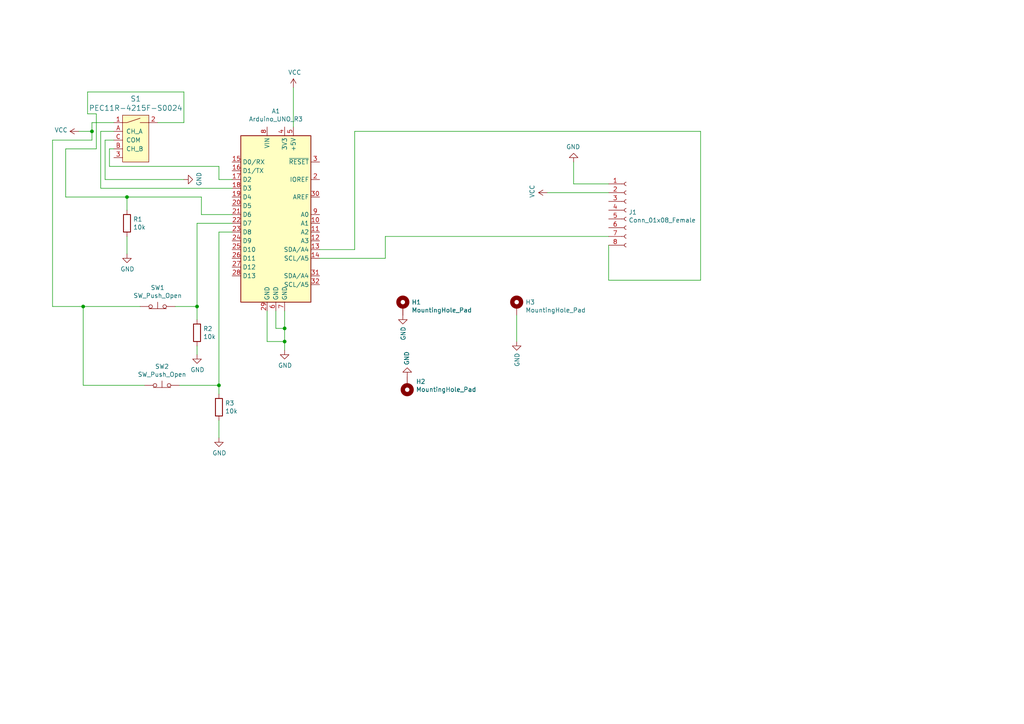
<source format=kicad_sch>
(kicad_sch (version 20231120) (generator "eeschema") (generator_version "8.0")
  (paper "A4")
  (title_block (title "Arduino XPlane11 Radio Controller") (date "2024-07-30") (rev "v0.1") (comment 4 "Author: Ethan Hargunani"))
  (lib_symbols
    (symbol "Device:R" (pin_numbers hide) (pin_names (offset 0))
      (property "Reference" "R" (at 2.032 0 90))
      (property "Value" "R" (at 0 0 90))
      (symbol "R_0_1"
        (rectangle (start -1.016 -2.54) (end 1.016 2.54) (stroke (width 0.254)))
      )
      (symbol "R_1_1"
        (pin passive line (at 0 3.81 270) (length 1.27) (name "~") (number "1"))
        (pin passive line (at 0 -3.81 90) (length 1.27) (name "~") (number "2"))
      )
    )
    (symbol "MCU_Module:Arduino_UNO_R3"
      (property "Reference" "A" (at -10.16 23.495 0))
      (property "Value" "Arduino_UNO_R3" (at 5.08 -26.67 0))
      (symbol "Arduino_UNO_R3_0_1"
        (rectangle (start -10.16 22.86) (end 10.16 -25.4) (stroke (width 0.254)) (fill (type background)))
      )
      (symbol "Arduino_UNO_R3_1_1"
        (pin no_connect line (at -10.16 -20.32 0) (length 2.54) hide (name "NC") (number "1"))
        (pin bidirectional line (at 12.7 -2.54 180) (length 2.54) (name "A1") (number "10"))
        (pin bidirectional line (at 12.7 -5.08 180) (length 2.54) (name "A2") (number "11"))
        (pin bidirectional line (at 12.7 -7.62 180) (length 2.54) (name "A3") (number "12"))
        (pin bidirectional line (at 12.7 -10.16 180) (length 2.54) (name "SDA/A4") (number "13"))
        (pin bidirectional line (at 12.7 -12.7 180) (length 2.54) (name "SCL/A5") (number "14"))
        (pin bidirectional line (at -12.7 15.24 0) (length 2.54) (name "D0/RX") (number "15"))
        (pin bidirectional line (at -12.7 12.7 0) (length 2.54) (name "D1/TX") (number "16"))
        (pin bidirectional line (at -12.7 10.16 0) (length 2.54) (name "D2") (number "17"))
        (pin bidirectional line (at -12.7 7.62 0) (length 2.54) (name "D3") (number "18"))
        (pin bidirectional line (at -12.7 5.08 0) (length 2.54) (name "D4") (number "19"))
        (pin output line (at 12.7 10.16 180) (length 2.54) (name "IOREF") (number "2"))
        (pin bidirectional line (at -12.7 2.54 0) (length 2.54) (name "D5") (number "20"))
        (pin bidirectional line (at -12.7 0 0) (length 2.54) (name "D6") (number "21"))
        (pin bidirectional line (at -12.7 -2.54 0) (length 2.54) (name "D7") (number "22"))
        (pin bidirectional line (at -12.7 -5.08 0) (length 2.54) (name "D8") (number "23"))
        (pin bidirectional line (at -12.7 -7.62 0) (length 2.54) (name "D9") (number "24"))
        (pin bidirectional line (at -12.7 -10.16 0) (length 2.54) (name "D10") (number "25"))
        (pin bidirectional line (at -12.7 -12.7 0) (length 2.54) (name "D11") (number "26"))
        (pin bidirectional line (at -12.7 -15.24 0) (length 2.54) (name "D12") (number "27"))
        (pin bidirectional line (at -12.7 -17.78 0) (length 2.54) (name "D13") (number "28"))
        (pin power_in line (at -2.54 -27.94 90) (length 2.54) (name "GND") (number "29"))
        (pin input line (at 12.7 15.24 180) (length 2.54) (name "~{RESET}") (number "3"))
        (pin input line (at 12.7 5.08 180) (length 2.54) (name "AREF") (number "30"))
        (pin bidirectional line (at 12.7 -17.78 180) (length 2.54) (name "SDA/A4") (number "31"))
        (pin bidirectional line (at 12.7 -20.32 180) (length 2.54) (name "SCL/A5") (number "32"))
        (pin power_out line (at 2.54 25.4 270) (length 2.54) (name "3V3") (number "4"))
        (pin power_out line (at 5.08 25.4 270) (length 2.54) (name "+5V") (number "5"))
        (pin power_in line (at 0 -27.94 90) (length 2.54) (name "GND") (number "6"))
        (pin power_in line (at 2.54 -27.94 90) (length 2.54) (name "GND") (number "7"))
        (pin power_in line (at -2.54 25.4 270) (length 2.54) (name "VIN") (number "8"))
        (pin bidirectional line (at 12.7 0 180) (length 2.54) (name "A0") (number "9"))
      )
    )
    (symbol "Mechanical:MountingHole_Pad" (pin_numbers hide) (pin_names (offset 1.016) hide) (exclude_from_sim yes) (in_bom no)
      (property "Reference" "H" (at 0 6.35 0))
      (property "Value" "MountingHole_Pad" (at 0 4.445 0))
      (symbol "MountingHole_Pad_0_1"
        (circle (center 0 1.27) (radius 1.27) (stroke (width 1.27)))
      )
      (symbol "MountingHole_Pad_1_1"
        (pin input line (at 0 -2.54 90) (length 2.54) (name "1") (number "1"))
      )
    )
    (symbol "Switch:SW_Push_Open" (pin_numbers hide) (pin_names (offset 1.016) hide)
      (property "Reference" "SW" (at 0 2.54 0))
      (property "Value" "SW_Push_Open" (at 0 -1.905 0))
      (symbol "SW_Push_Open_0_1"
        (circle (center -2.032 0) (radius 0.508))
        (polyline (pts (xy -2.54 -0.635) (xy 2.54 -0.635)))
        (polyline (pts (xy 0 -0.635) (xy 0 1.27)))
        (circle (center 2.032 0) (radius 0.508))
        (pin passive line (at -5.08 0 0) (length 2.54) (name "A") (number "1"))
      )
      (symbol "SW_Push_Open_1_1"
        (pin passive line (at 5.08 0 180) (length 2.54) (name "B") (number "2"))
      )
    )
    (symbol "ardxp1-rescue:Conn_01x08_Female-Connector" (pin_names (offset 1.016) hide)
      (property "Reference" "J" (at 0 10.16 0))
      (property "Value" "Connector_Conn_01x08_Female" (at 0 -12.7 0))
      (symbol "Conn_01x08_Female-Connector_1_1"
        (arc (start 0 -9.652) (mid -0.508 -10.16) (end 0 -10.668) (stroke (width 0.1524)))
        (arc (start 0 -7.112) (mid -0.508 -7.62) (end 0 -8.128) (stroke (width 0.1524)))
        (arc (start 0 -4.572) (mid -0.508 -5.08) (end 0 -5.588) (stroke (width 0.1524)))
        (arc (start 0 -2.032) (mid -0.508 -2.54) (end 0 -3.048) (stroke (width 0.1524)))
        (polyline (pts (xy -1.27 -10.16) (xy -0.508 -10.16)) (stroke (width 0.1524)))
        (polyline (pts (xy -1.27 -7.62) (xy -0.508 -7.62)) (stroke (width 0.1524)))
        (polyline (pts (xy -1.27 -5.08) (xy -0.508 -5.08)) (stroke (width 0.1524)))
        (polyline (pts (xy -1.27 -2.54) (xy -0.508 -2.54)) (stroke (width 0.1524)))
        (polyline (pts (xy -1.27 0) (xy -0.508 0)) (stroke (width 0.1524)))
        (polyline (pts (xy -1.27 2.54) (xy -0.508 2.54)) (stroke (width 0.1524)))
        (polyline (pts (xy -1.27 5.08) (xy -0.508 5.08)) (stroke (width 0.1524)))
        (polyline (pts (xy -1.27 7.62) (xy -0.508 7.62)) (stroke (width 0.1524)))
        (arc (start 0 0.508) (mid -0.508 0) (end 0 -0.508) (stroke (width 0.1524)))
        (arc (start 0 3.048) (mid -0.508 2.54) (end 0 2.032) (stroke (width 0.1524)))
        (arc (start 0 5.588) (mid -0.508 5.08) (end 0 4.572) (stroke (width 0.1524)))
        (arc (start 0 8.128) (mid -0.508 7.62) (end 0 7.112) (stroke (width 0.1524)))
        (pin passive line (at -5.08 7.62 0) (length 3.81) (name "Pin_1") (number "1"))
        (pin passive line (at -5.08 5.08 0) (length 3.81) (name "Pin_2") (number "2"))
        (pin passive line (at -5.08 2.54 0) (length 3.81) (name "Pin_3") (number "3"))
        (pin passive line (at -5.08 0 0) (length 3.81) (name "Pin_4") (number "4"))
        (pin passive line (at -5.08 -2.54 0) (length 3.81) (name "Pin_5") (number "5"))
        (pin passive line (at -5.08 -5.08 0) (length 3.81) (name "Pin_6") (number "6"))
        (pin passive line (at -5.08 -7.62 0) (length 3.81) (name "Pin_7") (number "7"))
        (pin passive line (at -5.08 -10.16 0) (length 3.81) (name "Pin_8") (number "8"))
      )
    )
    (symbol "ardxp1-rescue:GND-power" (power) (pin_names (offset 0))
      (property "Value" "power_GND" (at 0 -3.81 0))
      (symbol "GND-power_0_1"
        (polyline (pts (xy 0 0) (xy 0 -1.27) (xy 1.27 -1.27) (xy 0 -2.54) (xy -1.27 -1.27) (xy 0 -1.27)))
      )
      (symbol "GND-power_1_1"
        (pin power_in line (at 0 0 270) (length 0) hide (name "GND") (number "1"))
      )
    )
    (symbol "ardxp1-rescue:PEC11R-4215F-S0024-dk_Encoders" (pin_names (offset 1.016))
      (property "Reference" "S" (at -1.27 5.715 0))
      (property "Value" "dk_Encoders_PEC11R-4215F-S0024" (at -1.27 -9.906 0))
      (symbol "PEC11R-4215F-S0024-dk_Encoders_0_1"
        (rectangle (start -5.08 4.699) (end 2.54 -8.89) (fill (type background)))
        (polyline (pts (xy 0 2.54) (xy 2.54 2.54)))
        (polyline (pts (xy -5.08 2.54) (xy -3.81 2.54) (xy 0 3.81)))
      )
      (symbol "PEC11R-4215F-S0024-dk_Encoders_1_1"
        (pin bidirectional line (at -7.62 2.54 0) (length 2.54) (name "~") (number "1"))
        (pin bidirectional line (at 5.08 2.54 180) (length 2.54) (name "~") (number "2"))
        (pin unspecified line (at -7.62 -7.62 0) (length 2.54) (name "~") (number "3"))
        (pin bidirectional line (at -7.62 0 0) (length 2.54) (name "CH_A") (number "A"))
        (pin bidirectional line (at -7.62 -5.08 0) (length 2.54) (name "CH_B") (number "B"))
        (pin input line (at -7.62 -2.54 0) (length 2.54) (name "COM") (number "C"))
      )
    )
    (symbol "ardxp1-rescue:VCC-power" (power) (pin_names (offset 0))
      (property "Value" "power_VCC" (at 0 3.81 0))
      (symbol "VCC-power_0_1"
        (polyline (pts (xy -0.762 1.27) (xy 0 2.54)))
        (polyline (pts (xy 0 0) (xy 0 2.54)))
        (polyline (pts (xy 0 2.54) (xy 0.762 1.27)))
      )
      (symbol "VCC-power_1_1"
        (pin power_in line (at 0 0 90) (length 0) hide (name "VCC") (number "1"))
      )
    )
  )
  (junction (at 82.55 99.06))
  (junction (at 24.13 88.9))
  (junction (at 36.83 57.15))
  (junction (at 82.55 95.25))
  (junction (at 63.5 111.76))
  (junction (at 26.67 38.1))
  (junction (at 57.15 88.9))
  (wire (pts (xy 77.47 90.17) (xy 77.47 99.06)))
  (wire (pts (xy 41.91 111.76) (xy 24.13 111.76)))
  (wire (pts (xy 36.83 57.15) (xy 58.42 57.15)))
  (wire (pts (xy 176.53 68.58) (xy 111.76 68.58)))
  (wire (pts (xy 82.55 90.17) (xy 82.55 95.25)))
  (wire (pts (xy 77.47 99.06) (xy 82.55 99.06)))
  (wire (pts (xy 27.94 43.18) (xy 19.05 43.18)))
  (wire (pts (xy 57.15 88.9) (xy 57.15 92.71)))
  (wire (pts (xy 176.53 55.88) (xy 158.75 55.88)))
  (wire (pts (xy 31.75 48.26) (xy 31.75 43.18)))
  (wire (pts (xy 19.05 43.18) (xy 19.05 57.15)))
  (wire (pts (xy 57.15 88.9) (xy 57.15 64.77)))
  (wire (pts (xy 80.01 95.25) (xy 82.55 95.25)))
  (wire (pts (xy 27.94 43.18) (xy 27.94 33.02)))
  (wire (pts (xy 30.48 52.07) (xy 53.34 52.07)))
  (wire (pts (xy 176.53 71.12) (xy 176.53 81.28)))
  (wire (pts (xy 40.64 88.9) (xy 24.13 88.9)))
  (wire (pts (xy 85.09 25.4) (xy 85.09 36.83)))
  (wire (pts (xy 19.05 57.15) (xy 36.83 57.15)))
  (wire (pts (xy 82.55 99.06) (xy 82.55 101.6)))
  (wire (pts (xy 30.48 40.64) (xy 33.02 40.64)))
  (wire (pts (xy 111.76 74.93) (xy 92.71 74.93)))
  (wire (pts (xy 26.67 35.56) (xy 26.67 38.1)))
  (wire (pts (xy 29.21 38.1) (xy 33.02 38.1)))
  (wire (pts (xy 26.67 38.1) (xy 22.86 38.1)))
  (wire (pts (xy 25.4 33.02) (xy 25.4 26.67)))
  (wire (pts (xy 63.5 111.76) (xy 63.5 67.31)))
  (wire (pts (xy 63.5 111.76) (xy 63.5 114.3)))
  (wire (pts (xy 203.2 38.1) (xy 102.87 38.1)))
  (wire (pts (xy 29.21 54.61) (xy 67.31 54.61)))
  (wire (pts (xy 26.67 40.64) (xy 26.67 38.1)))
  (wire (pts (xy 63.5 67.31) (xy 67.31 67.31)))
  (wire (pts (xy 25.4 26.67) (xy 53.34 26.67)))
  (wire (pts (xy 166.37 53.34) (xy 166.37 46.99)))
  (wire (pts (xy 102.87 72.39) (xy 92.71 72.39)))
  (wire (pts (xy 26.67 35.56) (xy 33.02 35.56)))
  (wire (pts (xy 50.8 88.9) (xy 57.15 88.9)))
  (wire (pts (xy 36.83 60.96) (xy 36.83 57.15)))
  (wire (pts (xy 57.15 64.77) (xy 67.31 64.77)))
  (wire (pts (xy 27.94 33.02) (xy 25.4 33.02)))
  (wire (pts (xy 30.48 40.64) (xy 30.48 52.07)))
  (wire (pts (xy 149.86 91.44) (xy 149.86 99.06)))
  (wire (pts (xy 176.53 81.28) (xy 203.2 81.28)))
  (wire (pts (xy 80.01 90.17) (xy 80.01 95.25)))
  (wire (pts (xy 24.13 111.76) (xy 24.13 88.9)))
  (wire (pts (xy 53.34 26.67) (xy 53.34 35.56)))
  (wire (pts (xy 31.75 43.18) (xy 33.02 43.18)))
  (wire (pts (xy 36.83 68.58) (xy 36.83 73.66)))
  (wire (pts (xy 63.5 121.92) (xy 63.5 127)))
  (wire (pts (xy 15.24 88.9) (xy 15.24 40.64)))
  (wire (pts (xy 24.13 88.9) (xy 15.24 88.9)))
  (wire (pts (xy 31.75 48.26) (xy 63.5 48.26)))
  (wire (pts (xy 29.21 54.61) (xy 29.21 38.1)))
  (wire (pts (xy 176.53 53.34) (xy 166.37 53.34)))
  (wire (pts (xy 15.24 40.64) (xy 26.67 40.64)))
  (wire (pts (xy 203.2 81.28) (xy 203.2 38.1)))
  (wire (pts (xy 58.42 62.23) (xy 67.31 62.23)))
  (wire (pts (xy 53.34 35.56) (xy 45.72 35.56)))
  (wire (pts (xy 63.5 52.07) (xy 67.31 52.07)))
  (wire (pts (xy 63.5 48.26) (xy 63.5 52.07)))
  (wire (pts (xy 57.15 100.33) (xy 57.15 102.87)))
  (wire (pts (xy 111.76 68.58) (xy 111.76 74.93)))
  (wire (pts (xy 58.42 57.15) (xy 58.42 62.23)))
  (wire (pts (xy 52.07 111.76) (xy 63.5 111.76)))
  (wire (pts (xy 102.87 38.1) (xy 102.87 72.39)))
  (wire (pts (xy 82.55 95.25) (xy 82.55 99.06)))
  (symbol (lib_id "MCU_Module:Arduino_UNO_R3") (at 80.01 62.23 0) (unit 1)
    (property "Reference" "A1" (at 80.01 32.2326 0))
    (property "Value" "Arduino_UNO_R3" (at 80.01 34.544 0))
    (property "Footprint" "Module:Arduino_UNO_R3" (effects (hide yes)))
    (property "Datasheet" "https://www.arduino.cc/en/Main/arduinoBoardUno" (effects (hide yes)))
  )
  (symbol (lib_id "ardxp1-rescue:VCC-power") (at 85.09 25.4 0) (unit 1)
    (property "Reference" "#PWR07" (effects (hide yes)))
    (property "Value" "VCC" (at 85.471 21.0058 0))
  )
  (symbol (lib_id "ardxp1-rescue:GND-power") (at 82.55 101.6 0) (unit 1)
    (property "Reference" "#PWR06" (effects (hide yes)))
    (property "Value" "GND" (at 82.677 105.9942 0))
  )
  (symbol (lib_id "ardxp1-rescue:VCC-power") (at 22.86 38.1 90) (unit 1)
    (property "Reference" "#PWR01" (effects (hide yes)))
    (property "Value" "VCC" (at 19.6342 37.719 90) (effects (justify left)))
  )
  (symbol (lib_id "Device:R") (at 36.83 64.77 0) (unit 1)
    (property "Reference" "R1" (at 38.608 63.6016 0) (effects (justify left)))
    (property "Value" "10k" (at 38.608 65.913 0) (effects (justify left)))
    (property "Footprint" "Resistor_THT:R_Axial_DIN0204_L3.6mm_D1.6mm_P5.08mm_Vertical" (effects (hide yes)))
  )
  (symbol (lib_id "ardxp1-rescue:GND-power") (at 36.83 73.66 0) (unit 1)
    (property "Reference" "#PWR02" (effects (hide yes)))
    (property "Value" "GND" (at 36.957 78.0542 0))
  )
  (symbol (lib_id "Switch:SW_Push_Open") (at 45.72 88.9 0) (unit 1)
    (property "Reference" "SW1" (at 45.72 83.439 0))
    (property "Value" "SW_Push_Open" (at 45.72 85.7504 0))
    (property "Footprint" "Button_Switch_THT:SW_PUSH_6mm_H4.3mm" (effects (hide yes)))
  )
  (symbol (lib_id "Switch:SW_Push_Open") (at 46.99 111.76 0) (unit 1)
    (property "Reference" "SW2" (at 46.99 106.299 0))
    (property "Value" "SW_Push_Open" (at 46.99 108.6104 0))
    (property "Footprint" "Button_Switch_THT:SW_PUSH_6mm_H4.3mm" (effects (hide yes)))
  )
  (symbol (lib_id "Device:R") (at 57.15 96.52 0) (unit 1)
    (property "Reference" "R2" (at 58.928 95.3516 0) (effects (justify left)))
    (property "Value" "10k" (at 58.928 97.663 0) (effects (justify left)))
    (property "Footprint" "Resistor_THT:R_Axial_DIN0204_L3.6mm_D1.6mm_P5.08mm_Vertical" (effects (hide yes)))
  )
  (symbol (lib_id "ardxp1-rescue:GND-power") (at 57.15 102.87 0) (unit 1)
    (property "Reference" "#PWR04" (effects (hide yes)))
    (property "Value" "GND" (at 57.277 107.2642 0))
  )
  (symbol (lib_id "ardxp1-rescue:Conn_01x08_Female-Connector") (at 181.61 60.96 0) (unit 1)
    (property "Reference" "J1" (at 182.3212 61.5696 0) (effects (justify left)))
    (property "Value" "Conn_01x08_Female" (at 182.3212 63.881 0) (effects (justify left)))
    (property "Footprint" "Display:Adafruit_SSD1306" (effects (hide yes)))
  )
  (symbol (lib_id "Device:R") (at 63.5 118.11 0) (unit 1)
    (property "Reference" "R3" (at 65.278 116.9416 0) (effects (justify left)))
    (property "Value" "10k" (at 65.278 119.253 0) (effects (justify left)))
    (property "Footprint" "Resistor_THT:R_Axial_DIN0204_L3.6mm_D1.6mm_P5.08mm_Vertical" (effects (hide yes)))
  )
  (symbol (lib_id "ardxp1-rescue:GND-power") (at 63.5 127 0) (unit 1)
    (property "Reference" "#PWR05" (effects (hide yes)))
    (property "Value" "GND" (at 63.627 131.3942 0))
  )
  (symbol (lib_id "ardxp1-rescue:VCC-power") (at 158.75 55.88 90) (unit 1)
    (property "Reference" "#PWR08" (effects (hide yes)))
    (property "Value" "VCC" (at 154.3558 55.499 0))
  )
  (symbol (lib_id "ardxp1-rescue:GND-power") (at 166.37 46.99 180) (unit 1)
    (property "Reference" "#PWR09" (effects (hide yes)))
    (property "Value" "GND" (at 166.243 42.5958 0))
  )
  (symbol (lib_id "ardxp1-rescue:PEC11R-4215F-S0024-dk_Encoders") (at 40.64 38.1 0) (unit 1)
    (property "Reference" "S1" (at 39.37 28.6512 0) (effects (font (size 1.524 1.524))))
    (property "Value" "PEC11R-4215F-S0024" (at 39.37 31.3436 0) (effects (font (size 1.524 1.524))))
    (property "Footprint" "digikey-footprints:Rotary_Encoder_Switched_PEC11R" (effects (hide yes)))
    (property "Datasheet" "https://www.bourns.com/docs/Product-Datasheets/PEC11R.pdf" (effects (hide yes)))
    (property "Digi-Key_PN" "PEC11R-4215F-S0024-ND" (effects (hide yes)))
    (property "MPN" "PEC11R-4215F-S0024" (effects (hide yes)))
    (property "Category" "Sensors, Transducers" (effects (hide yes)))
    (property "Family" "Encoders" (effects (hide yes)))
    (property "DK_Datasheet_Link" "https://www.bourns.com/docs/Product-Datasheets/PEC11R.pdf" (effects (hide yes)))
    (property "DK_Detail_Page" "/product-detail/en/bourns-inc/PEC11R-4215F-S0024/PEC11R-4215F-S0024-ND/4499665" (effects (hide yes)))
    (property "Description" "ROTARY ENCODER MECHANICAL 24PPR" (effects (hide yes)))
    (property "Manufacturer" "Bourns Inc." (effects (hide yes)))
    (property "Status" "Active" (effects (hide yes)))
  )
  (symbol (lib_id "ardxp1-rescue:GND-power") (at 53.34 52.07 90) (unit 1)
    (property "Reference" "#PWR0101" (effects (hide yes)))
    (property "Value" "GND" (at 57.7342 51.943 0))
  )
  (symbol (lib_id "Mechanical:MountingHole_Pad") (at 116.84 88.9 0) (unit 1)
    (property "Reference" "H1" (at 119.38 87.6554 0) (effects (justify left)))
    (property "Value" "MountingHole_Pad" (at 119.38 89.9668 0) (effects (justify left)))
    (property "Footprint" "MountingHole:MountingHole_2.5mm_Pad" (effects (hide yes)))
  )
  (symbol (lib_id "Mechanical:MountingHole_Pad") (at 149.86 88.9 0) (unit 1)
    (property "Reference" "H3" (at 152.4 87.6554 0) (effects (justify left)))
    (property "Value" "MountingHole_Pad" (at 152.4 89.9668 0) (effects (justify left)))
    (property "Footprint" "MountingHole:MountingHole_2.5mm_Pad" (effects (hide yes)))
  )
  (symbol (lib_id "Mechanical:MountingHole_Pad") (at 118.11 111.76 180) (unit 1)
    (property "Reference" "H2" (at 120.65 110.6678 0) (effects (justify right)))
    (property "Value" "MountingHole_Pad" (at 120.65 112.9792 0) (effects (justify right)))
    (property "Footprint" "MountingHole:MountingHole_2.5mm_Pad" (effects (hide yes)))
  )
  (symbol (lib_id "ardxp1-rescue:GND-power") (at 149.86 99.06 0) (unit 1)
    (property "Reference" "#PWR?" (effects (hide yes)))
    (property "Value" "GND" (at 149.987 102.3112 90) (effects (justify right)))
  )
  (symbol (lib_id "ardxp1-rescue:GND-power") (at 116.84 91.44 0) (unit 1)
    (property "Reference" "#PWR?" (effects (hide yes)))
    (property "Value" "GND" (at 116.967 94.6912 90) (effects (justify right)))
  )
  (symbol (lib_id "ardxp1-rescue:GND-power") (at 118.11 109.22 180) (unit 1)
    (property "Reference" "#PWR?" (effects (hide yes)))
    (property "Value" "GND" (at 117.983 105.9688 90) (effects (justify right)))
  )
)
</source>
